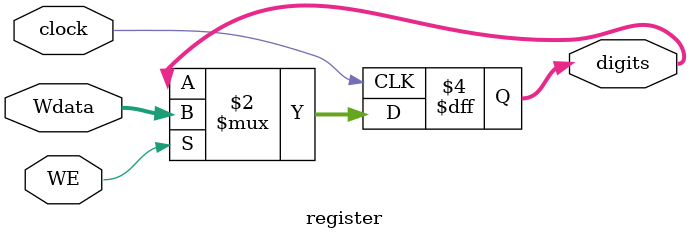
<source format=sv>

module register #(parameter WORD_W = 8, OP_W = 3)
                (output logic [WORD_W-1:0] digits,
                input logic [WORD_W-1:0] Wdata,
                input logic WE, clock);

always_ff @(posedge clock)
  begin
  if (WE) 
    digits <= Wdata;
  end

endmodule

</source>
